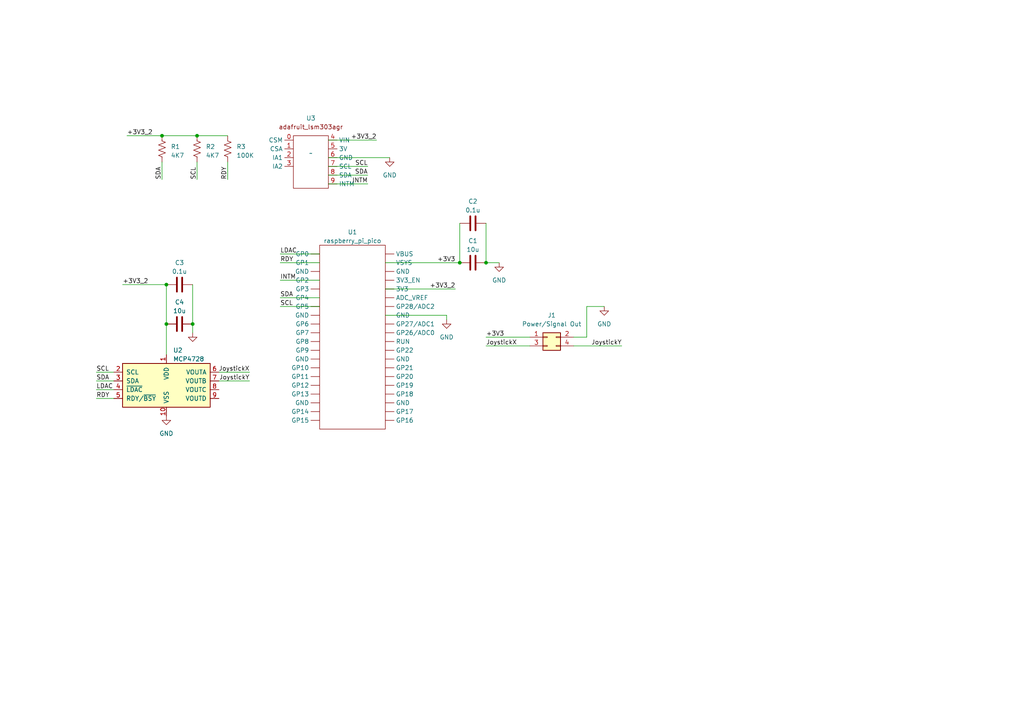
<source format=kicad_sch>
(kicad_sch (version 20230121) (generator eeschema)
  (paper "A4")
  (lib_symbols
    (symbol "Analog_DAC:MCP4728" (pin_names (offset 1.016))
      (property "Reference" "U" (at -12.7 6.35 0))
      (property "Value" "MCP4728" (at 12.7 6.35 0))
      (symbol "MCP4728_0_1"
        (rectangle (start -12.7 5.08) (end 12.7 -7.62) (stroke (width 0.254)) (fill (type background)))
      )
      (symbol "MCP4728_1_1"
        (pin power_in line (at 0 7.62 270) (length 2.54) (name "VDD") (number "1"))
        (pin power_in line (at 0 -10.16 90) (length 2.54) (name "VSS") (number "10"))
        (pin input line (at -15.24 2.54 0) (length 2.54) (name "SCL") (number "2"))
        (pin bidirectional line (at -15.24 0 0) (length 2.54) (name "SDA") (number "3"))
        (pin input line (at -15.24 -2.54 0) (length 2.54) (name "~{LDAC}") (number "4"))
        (pin output line (at -15.24 -5.08 0) (length 2.54) (name "RDY/~{BSY}") (number "5"))
        (pin output line (at 15.24 2.54 180) (length 2.54) (name "VOUTA") (number "6"))
        (pin output line (at 15.24 0 180) (length 2.54) (name "VOUTB") (number "7"))
        (pin output line (at 15.24 -2.54 180) (length 2.54) (name "VOUTC") (number "8"))
        (pin output line (at 15.24 -5.08 180) (length 2.54) (name "VOUTD") (number "9"))
      )
    )
    (symbol "Connector_Generic:Conn_02x02_Odd_Even" (pin_names (offset 1.016) hide)
      (property "Reference" "J" (at 1.27 2.54 0))
      (property "Value" "Conn_02x02_Odd_Even" (at 1.27 -5.08 0))
      (symbol "Conn_02x02_Odd_Even_1_1"
        (rectangle (start -1.27 -2.413) (end 0 -2.667) (stroke (width 0.1524)))
        (rectangle (start -1.27 0.127) (end 0 -0.127) (stroke (width 0.1524)))
        (rectangle (start -1.27 1.27) (end 3.81 -3.81) (stroke (width 0.254)) (fill (type background)))
        (rectangle (start 3.81 -2.413) (end 2.54 -2.667) (stroke (width 0.1524)))
        (rectangle (start 3.81 0.127) (end 2.54 -0.127) (stroke (width 0.1524)))
        (pin passive line (at -5.08 0 0) (length 3.81) (name "Pin_1") (number "1"))
        (pin passive line (at 7.62 0 180) (length 3.81) (name "Pin_2") (number "2"))
        (pin passive line (at -5.08 -2.54 0) (length 3.81) (name "Pin_3") (number "3"))
        (pin passive line (at 7.62 -2.54 180) (length 3.81) (name "Pin_4") (number "4"))
      )
    )
    (symbol "Device:C" (pin_numbers hide) (pin_names (offset 0.254))
      (property "Reference" "C" (at 0.635 2.54 0))
      (property "Value" "C" (at 0.635 -2.54 0))
      (symbol "C_0_1"
        (polyline (pts (xy -2.032 -0.762) (xy 2.032 -0.762)) (stroke (width 0.508)))
        (polyline (pts (xy -2.032 0.762) (xy 2.032 0.762)) (stroke (width 0.508)))
      )
      (symbol "C_1_1"
        (pin passive line (at 0 3.81 270) (length 2.794) (name "~") (number "1"))
        (pin passive line (at 0 -3.81 90) (length 2.794) (name "~") (number "2"))
      )
    )
    (symbol "Device:R_US" (pin_numbers hide) (pin_names (offset 0))
      (property "Reference" "R" (at 2.54 0 90))
      (property "Value" "R_US" (at -2.54 0 90))
      (symbol "R_US_0_1"
        (polyline (pts (xy 0 -2.286) (xy 0 -2.54)))
        (polyline (pts (xy 0 2.286) (xy 0 2.54)))
        (polyline (pts (xy 0 -0.762) (xy 1.016 -1.143) (xy 0 -1.524) (xy -1.016 -1.905) (xy 0 -2.286)))
        (polyline (pts (xy 0 0.762) (xy 1.016 0.381) (xy 0 0) (xy -1.016 -0.381) (xy 0 -0.762)))
        (polyline (pts (xy 0 2.286) (xy 1.016 1.905) (xy 0 1.524) (xy -1.016 1.143) (xy 0 0.762)))
      )
      (symbol "R_US_1_1"
        (pin passive line (at 0 3.81 270) (length 1.27) (name "~") (number "1"))
        (pin passive line (at 0 -3.81 90) (length 1.27) (name "~") (number "2"))
      )
    )
    (symbol "custom_parts:adafruit_lsm303agr"
      (property "Reference" "U" (at 0 0 0))
      (symbol "adafruit_lsm303agr_0_1"
        (rectangle (start -5.08 5.08) (end 5.08 -10.16))
      )
      (symbol "adafruit_lsm303agr_1_1"
        (text "adafruit_lsm303agr" (at 0 7.62 0) (effects (font (size 1.27 1.27))))
        (pin bidirectional line (at -5.08 3.81 180) (length 2.54) (name "CSM") (number "0"))
        (pin bidirectional line (at -5.08 1.27 180) (length 2.54) (name "CSA") (number "1"))
        (pin bidirectional line (at -5.08 -1.27 180) (length 2.54) (name "IA1") (number "2"))
        (pin bidirectional line (at -5.08 -3.81 180) (length 2.54) (name "IA2") (number "3"))
        (pin bidirectional line (at 5.08 3.81 0) (length 2.54) (name "VIN") (number "4"))
        (pin output line (at 5.08 1.27 0) (length 2.54) (name "3V") (number "5"))
        (pin bidirectional line (at 5.08 -1.27 0) (length 2.54) (name "GND") (number "6"))
        (pin bidirectional line (at 5.08 -3.81 0) (length 2.54) (name "SCL") (number "7"))
        (pin bidirectional line (at 5.08 -6.35 0) (length 2.54) (name "SDA") (number "8"))
        (pin bidirectional line (at 5.08 -8.89 0) (length 2.54) (name "INTM") (number "9"))
      )
    )
    (symbol "custom_parts:raspberry_pi_pico" (pin_numbers hide)
      (property "Reference" "U1" (at -3.175 20.955 0))
      (property "Value" "raspberry_pi_pico" (at -3.175 18.415 0))
      (symbol "raspberry_pi_pico_0_1"
        (rectangle (start -12.7 15.24) (end 6.35 -38.1))
      )
      (symbol "raspberry_pi_pico_1_1"
        (pin bidirectional line (at -12.7 12.7 180) (length 2.54) (name "GP0") (number "1"))
        (pin bidirectional line (at -12.7 -10.16 180) (length 2.54) (name "GP7") (number "10"))
        (pin bidirectional line (at -12.7 -12.7 180) (length 2.54) (name "GP8") (number "11"))
        (pin bidirectional line (at -12.7 -15.24 180) (length 2.54) (name "GP9") (number "12"))
        (pin bidirectional line (at -12.7 -17.78 180) (length 2.54) (name "GND") (number "13"))
        (pin bidirectional line (at -12.7 -20.32 180) (length 2.54) (name "GP10") (number "14"))
        (pin bidirectional line (at -12.7 -22.86 180) (length 2.54) (name "GP11") (number "15"))
        (pin bidirectional line (at -12.7 -25.4 180) (length 2.54) (name "GP12") (number "16"))
        (pin bidirectional line (at -12.7 -27.94 180) (length 2.54) (name "GP13") (number "17"))
        (pin bidirectional line (at -12.7 -30.48 180) (length 2.54) (name "GND") (number "18"))
        (pin bidirectional line (at -12.7 -33.02 180) (length 2.54) (name "GP14") (number "19"))
        (pin bidirectional line (at -12.7 10.16 180) (length 2.54) (name "GP1") (number "2"))
        (pin bidirectional line (at -12.7 -35.56 180) (length 2.54) (name "GP15") (number "20"))
        (pin bidirectional line (at 6.35 -35.56 0) (length 2.54) (name "GP16") (number "21"))
        (pin bidirectional line (at 6.35 -33.02 0) (length 2.54) (name "GP17") (number "22"))
        (pin bidirectional line (at 6.35 -30.48 0) (length 2.54) (name "GND") (number "23"))
        (pin bidirectional line (at 6.35 -27.94 0) (length 2.54) (name "GP18") (number "24"))
        (pin bidirectional line (at 6.35 -25.4 0) (length 2.54) (name "GP19") (number "25"))
        (pin bidirectional line (at 6.35 -22.86 0) (length 2.54) (name "GP20") (number "26"))
        (pin bidirectional line (at 6.35 -20.32 0) (length 2.54) (name "GP21") (number "27"))
        (pin bidirectional line (at 6.35 -17.78 0) (length 2.54) (name "GND") (number "28"))
        (pin bidirectional line (at 6.35 -15.24 0) (length 2.54) (name "GP22") (number "29"))
        (pin bidirectional line (at -12.7 7.62 180) (length 2.54) (name "GND") (number "3"))
        (pin bidirectional line (at 6.35 -12.7 0) (length 2.54) (name "RUN") (number "30"))
        (pin bidirectional line (at 6.35 -10.16 0) (length 2.54) (name "GP26/ADC0") (number "31"))
        (pin bidirectional line (at 6.35 -7.62 0) (length 2.54) (name "GP27/ADC1") (number "32"))
        (pin bidirectional line (at 6.35 -5.08 0) (length 2.54) (name "GND") (number "33"))
        (pin bidirectional line (at 6.35 -2.54 0) (length 2.54) (name "GP28/ADC2") (number "34"))
        (pin output line (at 6.35 0 0) (length 2.54) (name "ADC_VREF") (number "35"))
        (pin output line (at 6.35 2.54 0) (length 2.54) (name "3V3") (number "36"))
        (pin bidirectional line (at 6.35 5.08 0) (length 2.54) (name "3V3_EN") (number "37"))
        (pin bidirectional line (at 6.35 7.62 0) (length 2.54) (name "GND") (number "38"))
        (pin bidirectional line (at 6.35 10.16 0) (length 2.54) (name "VSYS") (number "39"))
        (pin bidirectional line (at -12.7 5.08 180) (length 2.54) (name "GP2") (number "4"))
        (pin bidirectional line (at 6.35 12.7 0) (length 2.54) (name "VBUS") (number "40"))
        (pin bidirectional line (at -12.7 2.54 180) (length 2.54) (name "GP3") (number "5"))
        (pin bidirectional line (at -12.7 0 180) (length 2.54) (name "GP4") (number "6"))
        (pin bidirectional line (at -12.7 -2.54 180) (length 2.54) (name "GP5") (number "7"))
        (pin bidirectional line (at -12.7 -5.08 180) (length 2.54) (name "GND") (number "8"))
        (pin bidirectional line (at -12.7 -7.62 180) (length 2.54) (name "GP6") (number "9"))
      )
    )
    (symbol "power:GND" (power) (pin_names (offset 0))
      (property "Value" "GND" (at 0 -3.81 0))
      (symbol "GND_0_1"
        (polyline (pts (xy 0 0) (xy 0 -1.27) (xy 1.27 -1.27) (xy 0 -2.54) (xy -1.27 -1.27) (xy 0 -1.27)))
      )
      (symbol "GND_1_1"
        (pin power_in line (at 0 0 270) (length 0) hide (name "GND") (number "1"))
      )
    )
  )
  (junction (at 133.35 76.2))
  (junction (at 48.26 82.55))
  (junction (at 57.15 39.37))
  (junction (at 55.88 93.98))
  (junction (at 46.99 39.37))
  (junction (at 140.97 76.2))
  (junction (at 48.26 93.98))
  (wire (pts (xy 140.97 76.2) (xy 144.78 76.2)))
  (wire (pts (xy 81.28 88.9) (xy 92.71 88.9)))
  (wire (pts (xy 46.99 39.37) (xy 57.15 39.37)))
  (wire (pts (xy 133.35 64.77) (xy 133.35 76.2)))
  (wire (pts (xy 140.97 100.33) (xy 153.67 100.33)))
  (wire (pts (xy 55.88 93.98) (xy 55.88 96.52)))
  (wire (pts (xy 170.18 88.9) (xy 175.26 88.9)))
  (wire (pts (xy 95.25 40.64) (xy 109.22 40.64)))
  (wire (pts (xy 95.25 48.26) (xy 106.68 48.26)))
  (wire (pts (xy 81.28 81.28) (xy 92.71 81.28)))
  (wire (pts (xy 57.15 46.99) (xy 57.15 52.07)))
  (wire (pts (xy 66.04 46.99) (xy 66.04 52.07)))
  (wire (pts (xy 95.25 53.34) (xy 106.68 53.34)))
  (wire (pts (xy 166.37 100.33) (xy 180.34 100.33)))
  (wire (pts (xy 57.15 39.37) (xy 66.04 39.37)))
  (wire (pts (xy 48.26 93.98) (xy 48.26 102.87)))
  (wire (pts (xy 27.94 110.49) (xy 33.02 110.49)))
  (wire (pts (xy 170.18 88.9) (xy 170.18 97.79)))
  (wire (pts (xy 129.54 91.44) (xy 129.54 92.71)))
  (wire (pts (xy 140.97 64.77) (xy 140.97 76.2)))
  (wire (pts (xy 27.94 113.03) (xy 33.02 113.03)))
  (wire (pts (xy 35.56 82.55) (xy 48.26 82.55)))
  (wire (pts (xy 27.94 107.95) (xy 33.02 107.95)))
  (wire (pts (xy 95.25 50.8) (xy 106.68 50.8)))
  (wire (pts (xy 48.26 82.55) (xy 48.26 93.98)))
  (wire (pts (xy 81.28 86.36) (xy 92.71 86.36)))
  (wire (pts (xy 140.97 97.79) (xy 153.67 97.79)))
  (wire (pts (xy 36.83 39.37) (xy 46.99 39.37)))
  (wire (pts (xy 63.5 107.95) (xy 72.39 107.95)))
  (wire (pts (xy 81.28 73.66) (xy 92.71 73.66)))
  (wire (pts (xy 111.76 83.82) (xy 132.08 83.82)))
  (wire (pts (xy 111.76 91.44) (xy 129.54 91.44)))
  (wire (pts (xy 55.88 82.55) (xy 55.88 93.98)))
  (wire (pts (xy 27.94 115.57) (xy 33.02 115.57)))
  (wire (pts (xy 170.18 97.79) (xy 166.37 97.79)))
  (wire (pts (xy 95.25 45.72) (xy 113.03 45.72)))
  (wire (pts (xy 46.99 46.99) (xy 46.99 52.07)))
  (wire (pts (xy 81.28 76.2) (xy 92.71 76.2)))
  (wire (pts (xy 111.76 76.2) (xy 133.35 76.2)))
  (wire (pts (xy 63.5 110.49) (xy 72.39 110.49)))
  (label "+3V3_2" (at 109.22 40.64 180))
  (label "JoystickY" (at 180.34 100.33 180))
  (label "LDAC" (at 81.28 73.66 0))
  (label "+3V3" (at 132.08 76.2 180))
  (label "SDA" (at 81.28 86.36 0))
  (label "RDY" (at 81.28 76.2 0))
  (label "+3V3" (at 140.97 97.79 0))
  (label "SDA" (at 106.68 50.8 180))
  (label "SCL" (at 57.15 52.07 90))
  (label "SDA" (at 27.94 110.49 0))
  (label "RDY" (at 27.94 115.57 0))
  (label "RDY" (at 66.04 52.07 90))
  (label "SDA" (at 46.99 52.07 90))
  (label "+3V3_2" (at 132.08 83.82 180))
  (label "SCL" (at 106.68 48.26 180))
  (label "INTM" (at 81.28 81.28 0))
  (label "JoystickX" (at 140.97 100.33 0))
  (label "JoystickY" (at 72.39 110.49 180))
  (label "LDAC" (at 27.94 113.03 0))
  (label "JoystickX" (at 72.39 107.95 180))
  (label "+3V3_2" (at 35.56 82.55 0))
  (label "SCL" (at 27.94 107.95 0))
  (label "INTM" (at 106.68 53.34 180))
  (label "SCL" (at 81.28 88.9 0))
  (label "+3V3_2" (at 36.83 39.37 0))
  (symbol (lib_id "Device:R_US") (at 57.15 43.18 0) (unit 1)
    (property "Reference" "R2" (at 59.69 42.545 0) (effects (justify left)))
    (property "Value" "4K7" (at 59.69 45.085 0) (effects (justify left)))
    (property "Footprint" "Resistor_THT:R_Axial_DIN0207_L6.3mm_D2.5mm_P10.16mm_Horizontal" (effects hide))
  )
  (symbol (lib_id "Device:C") (at 137.16 64.77 90) (unit 1)
    (property "Reference" "C2" (at 137.16 58.42 90))
    (property "Value" "0.1u" (at 137.16 60.96 90))
    (property "Footprint" "Capacitor_SMD:C_0402_1005Metric_Pad0.74x0.62mm_HandSolder" (effects hide))
  )
  (symbol (lib_id "Connector_Generic:Conn_02x02_Odd_Even") (at 158.75 97.79 0) (unit 1)
    (property "Reference" "J1" (at 160.02 91.44 0))
    (property "Value" "Power/Signal Out" (at 160.02 93.98 0))
    (property "Footprint" "Connector_Molex:Molex_Mini-Fit_Jr_5569-04A2_2x02_P4.20mm_Horizontal" (effects hide))
  )
  (symbol (lib_id "Device:R_US") (at 46.99 43.18 0) (unit 1)
    (property "Reference" "R1" (at 49.53 42.545 0) (effects (justify left)))
    (property "Value" "4K7" (at 49.53 45.085 0) (effects (justify left)))
    (property "Footprint" "Resistor_THT:R_Axial_DIN0207_L6.3mm_D2.5mm_P10.16mm_Horizontal" (effects hide))
  )
  (symbol (lib_id "custom_parts:raspberry_pi_pico") (at 105.41 86.36 0) (unit 1)
    (property "Reference" "U1" (at 102.235 67.31 0))
    (property "Value" "raspberry_pi_pico" (at 102.235 69.85 0))
    (property "Footprint" "custom_parts:raspberry_pi_pico" (effects hide))
  )
  (symbol (lib_id "power:GND") (at 113.03 45.72 0) (unit 1)
    (property "Reference" "#PWR05" (effects hide))
    (property "Value" "GND" (at 113.03 50.8 0))
  )
  (symbol (lib_id "Device:C") (at 52.07 82.55 90) (unit 1)
    (property "Reference" "C3" (at 52.07 76.2 90))
    (property "Value" "0.1u" (at 52.07 78.74 90))
    (property "Footprint" "Capacitor_SMD:C_0402_1005Metric_Pad0.74x0.62mm_HandSolder" (effects hide))
  )
  (symbol (lib_id "Device:C") (at 52.07 93.98 90) (unit 1)
    (property "Reference" "C4" (at 52.07 87.63 90))
    (property "Value" "10u" (at 52.07 90.17 90))
    (property "Footprint" "Capacitor_SMD:C_0603_1608Metric_Pad1.08x0.95mm_HandSolder" (effects hide))
  )
  (symbol (lib_id "power:GND") (at 55.88 96.52 0) (unit 1)
    (property "Reference" "#PWR02" (effects hide))
    (property "Value" "GND" (effects hide))
  )
  (symbol (lib_id "power:GND") (at 175.26 88.9 0) (unit 1)
    (property "Reference" "#PWR0102" (effects hide))
    (property "Value" "GND" (at 175.26 93.98 0))
  )
  (symbol (lib_id "custom_parts:adafruit_lsm303agr") (at 90.17 44.45 0) (unit 1)
    (property "Reference" "U3" (at 90.17 34.29 0))
    (property "Value" "~" (at 90.17 44.45 0))
    (property "Footprint" "custom_parts:adafruit_lsm303agr" (effects hide))
  )
  (symbol (lib_id "Device:C") (at 137.16 76.2 90) (unit 1)
    (property "Reference" "C1" (at 137.16 69.85 90))
    (property "Value" "10u" (at 137.16 72.39 90))
    (property "Footprint" "Capacitor_SMD:C_0603_1608Metric_Pad1.08x0.95mm_HandSolder" (effects hide))
  )
  (symbol (lib_id "power:GND") (at 129.54 92.71 0) (unit 1)
    (property "Reference" "#PWR0101" (effects hide))
    (property "Value" "GND" (at 129.54 97.79 0))
  )
  (symbol (lib_id "power:GND") (at 144.78 76.2 0) (unit 1)
    (property "Reference" "#PWR03" (effects hide))
    (property "Value" "GND" (at 144.78 81.28 0))
  )
  (symbol (lib_id "Analog_DAC:MCP4728") (at 48.26 110.49 0) (unit 1)
    (property "Reference" "U2" (at 50.2159 101.6 0) (effects (justify left)))
    (property "Value" "MCP4728" (at 50.2159 104.14 0) (effects (justify left)))
    (property "Footprint" "Package_SO:MSOP-10_3x3mm_P0.5mm" (effects hide))
    (property "Datasheet" "http://ww1.microchip.com/downloads/en/DeviceDoc/22187E.pdf" (effects hide))
  )
  (symbol (lib_id "power:GND") (at 48.26 120.65 0) (unit 1)
    (property "Reference" "#PWR01" (effects hide))
    (property "Value" "GND" (at 48.26 125.73 0))
  )
  (symbol (lib_id "Device:R_US") (at 66.04 43.18 0) (unit 1)
    (property "Reference" "R3" (at 68.58 42.545 0) (effects (justify left)))
    (property "Value" "100K" (at 68.58 45.085 0) (effects (justify left)))
    (property "Footprint" "Resistor_THT:R_Axial_DIN0207_L6.3mm_D2.5mm_P10.16mm_Horizontal" (effects hide))
  )
)
</source>
